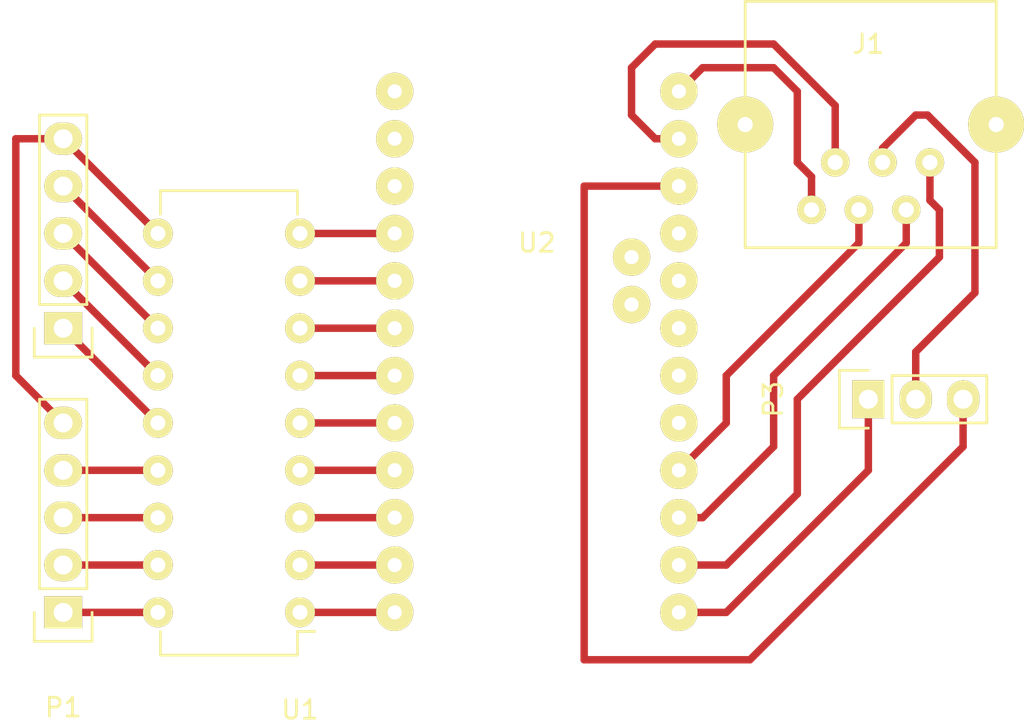
<source format=kicad_pcb>
(kicad_pcb (version 4) (host pcbnew 4.0.2+dfsg1-stable)

  (general
    (links 27)
    (no_connects 0)
    (area 128.415 96.498999 183.81787 135.735)
    (thickness 1.6)
    (drawings 0)
    (tracks 66)
    (zones 0)
    (modules 6)
    (nets 39)
  )

  (page A4)
  (layers
    (0 F.Cu signal)
    (31 B.Cu signal)
    (32 B.Adhes user)
    (33 F.Adhes user)
    (34 B.Paste user)
    (35 F.Paste user)
    (36 B.SilkS user)
    (37 F.SilkS user)
    (38 B.Mask user)
    (39 F.Mask user)
    (40 Dwgs.User user)
    (41 Cmts.User user)
    (42 Eco1.User user)
    (43 Eco2.User user)
    (44 Edge.Cuts user)
    (45 Margin user)
    (46 B.CrtYd user)
    (47 F.CrtYd user)
    (48 B.Fab user)
    (49 F.Fab user)
  )

  (setup
    (last_trace_width 0.4)
    (trace_clearance 0.2)
    (zone_clearance 0.508)
    (zone_45_only no)
    (trace_min 0.2)
    (segment_width 0.2)
    (edge_width 0.15)
    (via_size 0.6)
    (via_drill 0.4)
    (via_min_size 0.4)
    (via_min_drill 0.3)
    (uvia_size 0.3)
    (uvia_drill 0.1)
    (uvias_allowed no)
    (uvia_min_size 0.2)
    (uvia_min_drill 0.1)
    (pcb_text_width 0.3)
    (pcb_text_size 1.5 1.5)
    (mod_edge_width 0.15)
    (mod_text_size 1 1)
    (mod_text_width 0.15)
    (pad_size 1.524 1.524)
    (pad_drill 0.762)
    (pad_to_mask_clearance 0.2)
    (aux_axis_origin 0 0)
    (visible_elements FFFFFF7F)
    (pcbplotparams
      (layerselection 0x00000_00000001)
      (usegerberextensions false)
      (excludeedgelayer true)
      (linewidth 0.100000)
      (plotframeref false)
      (viasonmask false)
      (mode 1)
      (useauxorigin false)
      (hpglpennumber 1)
      (hpglpenspeed 20)
      (hpglpendiameter 15)
      (hpglpenoverlay 2)
      (psnegative false)
      (psa4output false)
      (plotreference true)
      (plotvalue true)
      (plotinvisibletext false)
      (padsonsilk false)
      (subtractmaskfromsilk false)
      (outputformat 1)
      (mirror false)
      (drillshape 0)
      (scaleselection 1)
      (outputdirectory ""))
  )

  (net 0 "")
  (net 1 "Net-(J1-Pad3)")
  (net 2 "Net-(J1-Pad5)")
  (net 3 "Net-(J1-Pad1)")
  (net 4 "Net-(J1-Pad6)")
  (net 5 "Net-(J1-Pad4)")
  (net 6 "Net-(J1-Pad2)")
  (net 7 "Net-(J1-Pad8)")
  (net 8 "Net-(J1-Pad7)")
  (net 9 "Net-(P1-Pad1)")
  (net 10 "Net-(P1-Pad2)")
  (net 11 "Net-(P1-Pad3)")
  (net 12 "Net-(P1-Pad4)")
  (net 13 "Net-(P1-Pad5)")
  (net 14 "Net-(P2-Pad1)")
  (net 15 "Net-(P2-Pad2)")
  (net 16 "Net-(P2-Pad3)")
  (net 17 "Net-(P2-Pad4)")
  (net 18 "Net-(P3-Pad1)")
  (net 19 "Net-(P3-Pad3)")
  (net 20 "Net-(U1-Pad1)")
  (net 21 "Net-(U1-Pad2)")
  (net 22 "Net-(U1-Pad3)")
  (net 23 "Net-(U1-Pad4)")
  (net 24 "Net-(U1-Pad5)")
  (net 25 "Net-(U1-Pad6)")
  (net 26 "Net-(U1-Pad7)")
  (net 27 "Net-(U1-Pad8)")
  (net 28 "Net-(U1-Pad9)")
  (net 29 "Net-(U2-Pad10)")
  (net 30 "Net-(U2-Pad11)")
  (net 31 "Net-(U2-Pad22)")
  (net 32 "Net-(U2-Pad23)")
  (net 33 "Net-(U2-Pad33)")
  (net 34 "Net-(U2-Pad34)")
  (net 35 "Net-(U2-Pad35)")
  (net 36 "Net-(U2-Pad12)")
  (net 37 "Net-(U2-Pad13)")
  (net 38 "Net-(U2-Pad14)")

  (net_class Default "This is the default net class."
    (clearance 0.2)
    (trace_width 0.4)
    (via_dia 0.6)
    (via_drill 0.4)
    (uvia_dia 0.3)
    (uvia_drill 0.1)
    (add_net "Net-(J1-Pad1)")
    (add_net "Net-(J1-Pad2)")
    (add_net "Net-(J1-Pad3)")
    (add_net "Net-(J1-Pad4)")
    (add_net "Net-(J1-Pad5)")
    (add_net "Net-(J1-Pad6)")
    (add_net "Net-(J1-Pad7)")
    (add_net "Net-(J1-Pad8)")
    (add_net "Net-(P1-Pad1)")
    (add_net "Net-(P1-Pad2)")
    (add_net "Net-(P1-Pad3)")
    (add_net "Net-(P1-Pad4)")
    (add_net "Net-(P1-Pad5)")
    (add_net "Net-(P2-Pad1)")
    (add_net "Net-(P2-Pad2)")
    (add_net "Net-(P2-Pad3)")
    (add_net "Net-(P2-Pad4)")
    (add_net "Net-(P3-Pad1)")
    (add_net "Net-(P3-Pad3)")
    (add_net "Net-(U1-Pad1)")
    (add_net "Net-(U1-Pad2)")
    (add_net "Net-(U1-Pad3)")
    (add_net "Net-(U1-Pad4)")
    (add_net "Net-(U1-Pad5)")
    (add_net "Net-(U1-Pad6)")
    (add_net "Net-(U1-Pad7)")
    (add_net "Net-(U1-Pad8)")
    (add_net "Net-(U1-Pad9)")
    (add_net "Net-(U2-Pad10)")
    (add_net "Net-(U2-Pad11)")
    (add_net "Net-(U2-Pad12)")
    (add_net "Net-(U2-Pad13)")
    (add_net "Net-(U2-Pad14)")
    (add_net "Net-(U2-Pad22)")
    (add_net "Net-(U2-Pad23)")
    (add_net "Net-(U2-Pad33)")
    (add_net "Net-(U2-Pad34)")
    (add_net "Net-(U2-Pad35)")
  )

  (module bugs:RJ12_Client (layer F.Cu) (tedit 57502E4F) (tstamp 57619A24)
    (at 175.26 99.06 180)
    (path /5761426A)
    (fp_text reference J1 (at 0 0 180) (layer F.SilkS)
      (effects (font (size 1 1) (thickness 0.15)))
    )
    (fp_text value RJ12 (at 0 -2.54 180) (layer F.Fab)
      (effects (font (size 1 1) (thickness 0.15)))
    )
    (fp_line (start -6.858 -10.922) (end -6.858 2.286) (layer F.SilkS) (width 0.15))
    (fp_line (start 6.604 -10.922) (end 6.604 2.286) (layer F.SilkS) (width 0.15))
    (fp_line (start -6.858 2.286) (end 6.604 2.286) (layer F.SilkS) (width 0.15))
    (fp_line (start 5.842 -10.922) (end 6.604 -10.922) (layer F.SilkS) (width 0.15))
    (fp_line (start -6.858 -10.922) (end 5.842 -10.922) (layer F.SilkS) (width 0.15))
    (pad 3 thru_hole circle (at 0.508 -8.89 180) (size 1.524 1.524) (drill 0.8128) (layers *.Cu *.Mask F.SilkS)
      (net 1 "Net-(J1-Pad3)"))
    (pad 5 thru_hole circle (at -2.032 -8.89 180) (size 1.524 1.524) (drill 0.8128) (layers *.Cu *.Mask F.SilkS)
      (net 2 "Net-(J1-Pad5)"))
    (pad 1 thru_hole circle (at 3.048 -8.89 180) (size 1.524 1.524) (drill 0.8128) (layers *.Cu *.Mask F.SilkS)
      (net 3 "Net-(J1-Pad1)"))
    (pad 6 thru_hole circle (at -3.302 -6.35 180) (size 1.524 1.524) (drill 0.8128) (layers *.Cu *.Mask F.SilkS)
      (net 4 "Net-(J1-Pad6)"))
    (pad 4 thru_hole circle (at -0.762 -6.35 180) (size 1.524 1.524) (drill 0.8128) (layers *.Cu *.Mask F.SilkS)
      (net 5 "Net-(J1-Pad4)"))
    (pad 2 thru_hole circle (at 1.778 -6.35 180) (size 1.524 1.524) (drill 0.8128) (layers *.Cu *.Mask F.SilkS)
      (net 6 "Net-(J1-Pad2)"))
    (pad 8 thru_hole circle (at 6.604 -4.318 180) (size 2.99974 2.99974) (drill 0.8128) (layers *.Cu *.Mask F.SilkS)
      (net 7 "Net-(J1-Pad8)"))
    (pad 7 thru_hole circle (at -6.858 -4.318 180) (size 2.99974 2.99974) (drill 0.8128) (layers *.Cu *.Mask F.SilkS)
      (net 8 "Net-(J1-Pad7)"))
  )

  (module Pin_Headers:Pin_Header_Straight_1x05 (layer F.Cu) (tedit 57614515) (tstamp 57619A2D)
    (at 132.08 129.54 180)
    (descr "Through hole pin header")
    (tags "pin header")
    (path /57613F7A)
    (fp_text reference P1 (at 0 -5.1 180) (layer F.SilkS)
      (effects (font (size 1 1) (thickness 0.15)))
    )
    (fp_text value CONN_01X05 (at 2.54 5.08 270) (layer F.Fab)
      (effects (font (size 1 1) (thickness 0.15)))
    )
    (fp_line (start -1.55 0) (end -1.55 -1.55) (layer F.SilkS) (width 0.15))
    (fp_line (start -1.55 -1.55) (end 1.55 -1.55) (layer F.SilkS) (width 0.15))
    (fp_line (start 1.55 -1.55) (end 1.55 0) (layer F.SilkS) (width 0.15))
    (fp_line (start -1.75 -1.75) (end -1.75 11.95) (layer F.CrtYd) (width 0.05))
    (fp_line (start 1.75 -1.75) (end 1.75 11.95) (layer F.CrtYd) (width 0.05))
    (fp_line (start -1.75 -1.75) (end 1.75 -1.75) (layer F.CrtYd) (width 0.05))
    (fp_line (start -1.75 11.95) (end 1.75 11.95) (layer F.CrtYd) (width 0.05))
    (fp_line (start 1.27 1.27) (end 1.27 11.43) (layer F.SilkS) (width 0.15))
    (fp_line (start 1.27 11.43) (end -1.27 11.43) (layer F.SilkS) (width 0.15))
    (fp_line (start -1.27 11.43) (end -1.27 1.27) (layer F.SilkS) (width 0.15))
    (fp_line (start 1.27 1.27) (end -1.27 1.27) (layer F.SilkS) (width 0.15))
    (pad 1 thru_hole rect (at 0 0 180) (size 2.032 1.7272) (drill 1.016) (layers *.Cu *.Mask F.SilkS)
      (net 9 "Net-(P1-Pad1)"))
    (pad 2 thru_hole oval (at 0 2.54 180) (size 2.032 1.7272) (drill 1.016) (layers *.Cu *.Mask F.SilkS)
      (net 10 "Net-(P1-Pad2)"))
    (pad 3 thru_hole oval (at 0 5.08 180) (size 2.032 1.7272) (drill 1.016) (layers *.Cu *.Mask F.SilkS)
      (net 11 "Net-(P1-Pad3)"))
    (pad 4 thru_hole oval (at 0 7.62 180) (size 2.032 1.7272) (drill 1.016) (layers *.Cu *.Mask F.SilkS)
      (net 12 "Net-(P1-Pad4)"))
    (pad 5 thru_hole oval (at 0 10.16 180) (size 2.032 1.7272) (drill 1.016) (layers *.Cu *.Mask F.SilkS)
      (net 13 "Net-(P1-Pad5)"))
    (model Pin_Headers.3dshapes/Pin_Header_Straight_1x05.wrl
      (at (xyz 0 -0.2 0))
      (scale (xyz 1 1 1))
      (rotate (xyz 0 0 90))
    )
  )

  (module Pin_Headers:Pin_Header_Straight_1x05 (layer F.Cu) (tedit 57614512) (tstamp 57619A36)
    (at 132.08 114.3 180)
    (descr "Through hole pin header")
    (tags "pin header")
    (path /57613EE6)
    (fp_text reference P2 (at 0 -5.1 180) (layer F.SilkS)
      (effects (font (size 1 1) (thickness 0.15)))
    )
    (fp_text value CONN_01X05 (at 2.54 5.08 270) (layer F.Fab)
      (effects (font (size 1 1) (thickness 0.15)))
    )
    (fp_line (start -1.55 0) (end -1.55 -1.55) (layer F.SilkS) (width 0.15))
    (fp_line (start -1.55 -1.55) (end 1.55 -1.55) (layer F.SilkS) (width 0.15))
    (fp_line (start 1.55 -1.55) (end 1.55 0) (layer F.SilkS) (width 0.15))
    (fp_line (start -1.75 -1.75) (end -1.75 11.95) (layer F.CrtYd) (width 0.05))
    (fp_line (start 1.75 -1.75) (end 1.75 11.95) (layer F.CrtYd) (width 0.05))
    (fp_line (start -1.75 -1.75) (end 1.75 -1.75) (layer F.CrtYd) (width 0.05))
    (fp_line (start -1.75 11.95) (end 1.75 11.95) (layer F.CrtYd) (width 0.05))
    (fp_line (start 1.27 1.27) (end 1.27 11.43) (layer F.SilkS) (width 0.15))
    (fp_line (start 1.27 11.43) (end -1.27 11.43) (layer F.SilkS) (width 0.15))
    (fp_line (start -1.27 11.43) (end -1.27 1.27) (layer F.SilkS) (width 0.15))
    (fp_line (start 1.27 1.27) (end -1.27 1.27) (layer F.SilkS) (width 0.15))
    (pad 1 thru_hole rect (at 0 0 180) (size 2.032 1.7272) (drill 1.016) (layers *.Cu *.Mask F.SilkS)
      (net 14 "Net-(P2-Pad1)"))
    (pad 2 thru_hole oval (at 0 2.54 180) (size 2.032 1.7272) (drill 1.016) (layers *.Cu *.Mask F.SilkS)
      (net 15 "Net-(P2-Pad2)"))
    (pad 3 thru_hole oval (at 0 5.08 180) (size 2.032 1.7272) (drill 1.016) (layers *.Cu *.Mask F.SilkS)
      (net 16 "Net-(P2-Pad3)"))
    (pad 4 thru_hole oval (at 0 7.62 180) (size 2.032 1.7272) (drill 1.016) (layers *.Cu *.Mask F.SilkS)
      (net 17 "Net-(P2-Pad4)"))
    (pad 5 thru_hole oval (at 0 10.16 180) (size 2.032 1.7272) (drill 1.016) (layers *.Cu *.Mask F.SilkS)
      (net 13 "Net-(P1-Pad5)"))
    (model Pin_Headers.3dshapes/Pin_Header_Straight_1x05.wrl
      (at (xyz 0 -0.2 0))
      (scale (xyz 1 1 1))
      (rotate (xyz 0 0 90))
    )
  )

  (module Pin_Headers:Pin_Header_Straight_1x03 (layer F.Cu) (tedit 57614523) (tstamp 57619A3D)
    (at 175.26 118.11 90)
    (descr "Through hole pin header")
    (tags "pin header")
    (path /576148CA)
    (fp_text reference P3 (at 0 -5.1 90) (layer F.SilkS)
      (effects (font (size 1 1) (thickness 0.15)))
    )
    (fp_text value CONN_01X03 (at 2.54 2.54 180) (layer F.Fab)
      (effects (font (size 1 1) (thickness 0.15)))
    )
    (fp_line (start -1.75 -1.75) (end -1.75 6.85) (layer F.CrtYd) (width 0.05))
    (fp_line (start 1.75 -1.75) (end 1.75 6.85) (layer F.CrtYd) (width 0.05))
    (fp_line (start -1.75 -1.75) (end 1.75 -1.75) (layer F.CrtYd) (width 0.05))
    (fp_line (start -1.75 6.85) (end 1.75 6.85) (layer F.CrtYd) (width 0.05))
    (fp_line (start -1.27 1.27) (end -1.27 6.35) (layer F.SilkS) (width 0.15))
    (fp_line (start -1.27 6.35) (end 1.27 6.35) (layer F.SilkS) (width 0.15))
    (fp_line (start 1.27 6.35) (end 1.27 1.27) (layer F.SilkS) (width 0.15))
    (fp_line (start 1.55 -1.55) (end 1.55 0) (layer F.SilkS) (width 0.15))
    (fp_line (start 1.27 1.27) (end -1.27 1.27) (layer F.SilkS) (width 0.15))
    (fp_line (start -1.55 0) (end -1.55 -1.55) (layer F.SilkS) (width 0.15))
    (fp_line (start -1.55 -1.55) (end 1.55 -1.55) (layer F.SilkS) (width 0.15))
    (pad 1 thru_hole rect (at 0 0 90) (size 2.032 1.7272) (drill 1.016) (layers *.Cu *.Mask F.SilkS)
      (net 18 "Net-(P3-Pad1)"))
    (pad 2 thru_hole oval (at 0 2.54 90) (size 2.032 1.7272) (drill 1.016) (layers *.Cu *.Mask F.SilkS)
      (net 5 "Net-(J1-Pad4)"))
    (pad 3 thru_hole oval (at 0 5.08 90) (size 2.032 1.7272) (drill 1.016) (layers *.Cu *.Mask F.SilkS)
      (net 19 "Net-(P3-Pad3)"))
    (model Pin_Headers.3dshapes/Pin_Header_Straight_1x03.wrl
      (at (xyz 0 -0.1 0))
      (scale (xyz 1 1 1))
      (rotate (xyz 0 0 90))
    )
  )

  (module Housings_DIP:DIP-18_W7.62mm (layer F.Cu) (tedit 5761451A) (tstamp 57619A53)
    (at 144.78 129.54 180)
    (descr "18-lead dip package, row spacing 7.62 mm (300 mils)")
    (tags "dil dip 2.54 300")
    (path /57613DF2)
    (fp_text reference U1 (at 0 -5.22 180) (layer F.SilkS)
      (effects (font (size 1 1) (thickness 0.15)))
    )
    (fp_text value uln2803A (at 3.81 -3.81 180) (layer F.Fab)
      (effects (font (size 1 1) (thickness 0.15)))
    )
    (fp_line (start -1.05 -2.45) (end -1.05 22.8) (layer F.CrtYd) (width 0.05))
    (fp_line (start 8.65 -2.45) (end 8.65 22.8) (layer F.CrtYd) (width 0.05))
    (fp_line (start -1.05 -2.45) (end 8.65 -2.45) (layer F.CrtYd) (width 0.05))
    (fp_line (start -1.05 22.8) (end 8.65 22.8) (layer F.CrtYd) (width 0.05))
    (fp_line (start 0.135 -2.295) (end 0.135 -1.025) (layer F.SilkS) (width 0.15))
    (fp_line (start 7.485 -2.295) (end 7.485 -1.025) (layer F.SilkS) (width 0.15))
    (fp_line (start 7.485 22.615) (end 7.485 21.345) (layer F.SilkS) (width 0.15))
    (fp_line (start 0.135 22.615) (end 0.135 21.345) (layer F.SilkS) (width 0.15))
    (fp_line (start 0.135 -2.295) (end 7.485 -2.295) (layer F.SilkS) (width 0.15))
    (fp_line (start 0.135 22.615) (end 7.485 22.615) (layer F.SilkS) (width 0.15))
    (fp_line (start 0.135 -1.025) (end -0.8 -1.025) (layer F.SilkS) (width 0.15))
    (pad 1 thru_hole oval (at 0 0 180) (size 1.6 1.6) (drill 0.8) (layers *.Cu *.Mask F.SilkS)
      (net 20 "Net-(U1-Pad1)"))
    (pad 2 thru_hole oval (at 0 2.54 180) (size 1.6 1.6) (drill 0.8) (layers *.Cu *.Mask F.SilkS)
      (net 21 "Net-(U1-Pad2)"))
    (pad 3 thru_hole oval (at 0 5.08 180) (size 1.6 1.6) (drill 0.8) (layers *.Cu *.Mask F.SilkS)
      (net 22 "Net-(U1-Pad3)"))
    (pad 4 thru_hole oval (at 0 7.62 180) (size 1.6 1.6) (drill 0.8) (layers *.Cu *.Mask F.SilkS)
      (net 23 "Net-(U1-Pad4)"))
    (pad 5 thru_hole oval (at 0 10.16 180) (size 1.6 1.6) (drill 0.8) (layers *.Cu *.Mask F.SilkS)
      (net 24 "Net-(U1-Pad5)"))
    (pad 6 thru_hole oval (at 0 12.7 180) (size 1.6 1.6) (drill 0.8) (layers *.Cu *.Mask F.SilkS)
      (net 25 "Net-(U1-Pad6)"))
    (pad 7 thru_hole oval (at 0 15.24 180) (size 1.6 1.6) (drill 0.8) (layers *.Cu *.Mask F.SilkS)
      (net 26 "Net-(U1-Pad7)"))
    (pad 8 thru_hole oval (at 0 17.78 180) (size 1.6 1.6) (drill 0.8) (layers *.Cu *.Mask F.SilkS)
      (net 27 "Net-(U1-Pad8)"))
    (pad 9 thru_hole oval (at 0 20.32 180) (size 1.6 1.6) (drill 0.8) (layers *.Cu *.Mask F.SilkS)
      (net 28 "Net-(U1-Pad9)"))
    (pad 10 thru_hole oval (at 7.62 20.32 180) (size 1.6 1.6) (drill 0.8) (layers *.Cu *.Mask F.SilkS)
      (net 13 "Net-(P1-Pad5)"))
    (pad 11 thru_hole oval (at 7.62 17.78 180) (size 1.6 1.6) (drill 0.8) (layers *.Cu *.Mask F.SilkS)
      (net 17 "Net-(P2-Pad4)"))
    (pad 12 thru_hole oval (at 7.62 15.24 180) (size 1.6 1.6) (drill 0.8) (layers *.Cu *.Mask F.SilkS)
      (net 16 "Net-(P2-Pad3)"))
    (pad 13 thru_hole oval (at 7.62 12.7 180) (size 1.6 1.6) (drill 0.8) (layers *.Cu *.Mask F.SilkS)
      (net 15 "Net-(P2-Pad2)"))
    (pad 14 thru_hole oval (at 7.62 10.16 180) (size 1.6 1.6) (drill 0.8) (layers *.Cu *.Mask F.SilkS)
      (net 14 "Net-(P2-Pad1)"))
    (pad 15 thru_hole oval (at 7.62 7.62 180) (size 1.6 1.6) (drill 0.8) (layers *.Cu *.Mask F.SilkS)
      (net 12 "Net-(P1-Pad4)"))
    (pad 16 thru_hole oval (at 7.62 5.08 180) (size 1.6 1.6) (drill 0.8) (layers *.Cu *.Mask F.SilkS)
      (net 11 "Net-(P1-Pad3)"))
    (pad 17 thru_hole oval (at 7.62 2.54 180) (size 1.6 1.6) (drill 0.8) (layers *.Cu *.Mask F.SilkS)
      (net 10 "Net-(P1-Pad2)"))
    (pad 18 thru_hole oval (at 7.62 0 180) (size 1.6 1.6) (drill 0.8) (layers *.Cu *.Mask F.SilkS)
      (net 9 "Net-(P1-Pad1)"))
    (model Housings_DIP.3dshapes/DIP-18_W7.62mm.wrl
      (at (xyz 0 0 0))
      (scale (xyz 1 1 1))
      (rotate (xyz 0 0 0))
    )
  )

  (module bugs:arduino_mini_pro (layer F.Cu) (tedit 5761451F) (tstamp 57619A71)
    (at 157.48 109.22)
    (path /57613E2D)
    (fp_text reference U2 (at 0 0.5) (layer F.SilkS)
      (effects (font (size 1 1) (thickness 0.15)))
    )
    (fp_text value Arduino_Mini (at 0 -3.81) (layer F.Fab)
      (effects (font (size 1 1) (thickness 0.15)))
    )
    (pad 7 thru_hole circle (at 7.62 -7.62) (size 2 2) (drill 0.762) (layers *.Cu *.Mask F.SilkS)
      (net 3 "Net-(J1-Pad1)"))
    (pad 8 thru_hole circle (at 7.62 -5.08) (size 2 2) (drill 0.762) (layers *.Cu *.Mask F.SilkS)
      (net 6 "Net-(J1-Pad2)"))
    (pad 9 thru_hole circle (at 7.62 -2.54) (size 2 2) (drill 0.762) (layers *.Cu *.Mask F.SilkS)
      (net 19 "Net-(P3-Pad3)"))
    (pad 10 thru_hole circle (at 7.62 0) (size 2 2) (drill 0.762) (layers *.Cu *.Mask F.SilkS)
      (net 29 "Net-(U2-Pad10)"))
    (pad 11 thru_hole circle (at 7.62 2.54) (size 2 2) (drill 0.762) (layers *.Cu *.Mask F.SilkS)
      (net 30 "Net-(U2-Pad11)"))
    (pad 15 thru_hole circle (at 7.62 12.7) (size 2 2) (drill 0.762) (layers *.Cu *.Mask F.SilkS)
      (net 1 "Net-(J1-Pad3)"))
    (pad 16 thru_hole circle (at 7.62 15.24) (size 2 2) (drill 0.762) (layers *.Cu *.Mask F.SilkS)
      (net 2 "Net-(J1-Pad5)"))
    (pad 17 thru_hole circle (at 7.62 17.78) (size 2 2) (drill 0.762) (layers *.Cu *.Mask F.SilkS)
      (net 4 "Net-(J1-Pad6)"))
    (pad 18 thru_hole circle (at 7.62 20.32) (size 2 2) (drill 0.762) (layers *.Cu *.Mask F.SilkS)
      (net 18 "Net-(P3-Pad1)"))
    (pad 22 thru_hole circle (at 5.08 1.27) (size 2 2) (drill 0.762) (layers *.Cu *.Mask F.SilkS)
      (net 31 "Net-(U2-Pad22)"))
    (pad 23 thru_hole circle (at 5.08 3.81) (size 2 2) (drill 0.762) (layers *.Cu *.Mask F.SilkS)
      (net 32 "Net-(U2-Pad23)"))
    (pad 27 thru_hole circle (at -7.62 12.7) (size 2 2) (drill 0.762) (layers *.Cu *.Mask F.SilkS)
      (net 23 "Net-(U1-Pad4)"))
    (pad 28 thru_hole circle (at -7.62 10.16) (size 2 2) (drill 0.762) (layers *.Cu *.Mask F.SilkS)
      (net 24 "Net-(U1-Pad5)"))
    (pad 29 thru_hole circle (at -7.62 7.62) (size 2 2) (drill 0.762) (layers *.Cu *.Mask F.SilkS)
      (net 25 "Net-(U1-Pad6)"))
    (pad 30 thru_hole circle (at -7.62 5.08) (size 2 2) (drill 0.762) (layers *.Cu *.Mask F.SilkS)
      (net 26 "Net-(U1-Pad7)"))
    (pad 31 thru_hole circle (at -7.62 2.54) (size 2 2) (drill 0.762) (layers *.Cu *.Mask F.SilkS)
      (net 27 "Net-(U1-Pad8)"))
    (pad 32 thru_hole circle (at -7.62 0) (size 2 2) (drill 0.762) (layers *.Cu *.Mask F.SilkS)
      (net 28 "Net-(U1-Pad9)"))
    (pad 33 thru_hole circle (at -7.62 -2.54) (size 2 2) (drill 0.762) (layers *.Cu *.Mask F.SilkS)
      (net 33 "Net-(U2-Pad33)"))
    (pad 34 thru_hole circle (at -7.62 -5.08) (size 2 2) (drill 0.762) (layers *.Cu *.Mask F.SilkS)
      (net 34 "Net-(U2-Pad34)"))
    (pad 35 thru_hole circle (at -7.62 -7.62) (size 2 2) (drill 0.762) (layers *.Cu *.Mask F.SilkS)
      (net 35 "Net-(U2-Pad35)"))
    (pad 26 thru_hole circle (at -7.62 15.24) (size 2 2) (drill 0.762) (layers *.Cu *.Mask F.SilkS)
      (net 22 "Net-(U1-Pad3)"))
    (pad 25 thru_hole circle (at -7.62 17.78) (size 2 2) (drill 0.762) (layers *.Cu *.Mask F.SilkS)
      (net 21 "Net-(U1-Pad2)"))
    (pad 24 thru_hole circle (at -7.62 20.32) (size 2 2) (drill 0.762) (layers *.Cu *.Mask F.SilkS)
      (net 20 "Net-(U1-Pad1)"))
    (pad 12 thru_hole circle (at 7.62 5.08) (size 2 2) (drill 0.762) (layers *.Cu *.Mask F.SilkS)
      (net 36 "Net-(U2-Pad12)"))
    (pad 13 thru_hole circle (at 7.62 7.62) (size 2 2) (drill 0.762) (layers *.Cu *.Mask F.SilkS)
      (net 37 "Net-(U2-Pad13)"))
    (pad 14 thru_hole circle (at 7.62 10.16) (size 2 2) (drill 0.762) (layers *.Cu *.Mask F.SilkS)
      (net 38 "Net-(U2-Pad14)"))
  )

  (segment (start 174.752 107.95) (end 174.752 109.728) (width 0.4) (layer F.Cu) (net 1))
  (segment (start 167.64 119.38) (end 165.1 121.92) (width 0.4) (layer F.Cu) (net 1) (tstamp 57619B53))
  (segment (start 167.64 116.84) (end 167.64 119.38) (width 0.4) (layer F.Cu) (net 1) (tstamp 57619B51))
  (segment (start 174.752 109.728) (end 167.64 116.84) (width 0.4) (layer F.Cu) (net 1) (tstamp 57619B4F))
  (segment (start 177.292 107.95) (end 177.292 109.728) (width 0.4) (layer F.Cu) (net 2))
  (segment (start 166.37 124.46) (end 165.1 124.46) (width 0.4) (layer F.Cu) (net 2) (tstamp 57619B5D))
  (segment (start 170.18 120.65) (end 166.37 124.46) (width 0.4) (layer F.Cu) (net 2) (tstamp 57619B5B))
  (segment (start 170.18 116.84) (end 170.18 120.65) (width 0.4) (layer F.Cu) (net 2) (tstamp 57619B59))
  (segment (start 177.292 109.728) (end 170.18 116.84) (width 0.4) (layer F.Cu) (net 2) (tstamp 57619B57))
  (segment (start 172.212 107.95) (end 172.212 106.172) (width 0.4) (layer F.Cu) (net 3))
  (segment (start 166.37 100.33) (end 165.1 101.6) (width 0.4) (layer F.Cu) (net 3) (tstamp 57619B3C))
  (segment (start 170.18 100.33) (end 166.37 100.33) (width 0.4) (layer F.Cu) (net 3) (tstamp 57619B3B))
  (segment (start 171.45 101.6) (end 170.18 100.33) (width 0.4) (layer F.Cu) (net 3) (tstamp 57619B3A))
  (segment (start 171.45 105.41) (end 171.45 101.6) (width 0.4) (layer F.Cu) (net 3) (tstamp 57619B39))
  (segment (start 172.212 106.172) (end 171.45 105.41) (width 0.4) (layer F.Cu) (net 3) (tstamp 57619B38))
  (segment (start 178.562 105.41) (end 178.562 107.442) (width 0.4) (layer F.Cu) (net 4))
  (segment (start 167.64 127) (end 165.1 127) (width 0.4) (layer F.Cu) (net 4) (tstamp 57619B76))
  (segment (start 171.45 123.19) (end 167.64 127) (width 0.4) (layer F.Cu) (net 4) (tstamp 57619B74))
  (segment (start 171.45 118.11) (end 171.45 123.19) (width 0.4) (layer F.Cu) (net 4) (tstamp 57619B72))
  (segment (start 179.07 110.49) (end 171.45 118.11) (width 0.4) (layer F.Cu) (net 4) (tstamp 57619B70))
  (segment (start 179.07 107.95) (end 179.07 110.49) (width 0.4) (layer F.Cu) (net 4) (tstamp 57619B6F))
  (segment (start 178.562 107.442) (end 179.07 107.95) (width 0.4) (layer F.Cu) (net 4) (tstamp 57619B6E))
  (segment (start 176.022 105.41) (end 176.022 104.648) (width 0.4) (layer F.Cu) (net 5))
  (segment (start 176.022 104.648) (end 177.8 102.87) (width 0.4) (layer F.Cu) (net 5) (tstamp 57619B83))
  (segment (start 177.8 102.87) (end 178.435 102.87) (width 0.4) (layer F.Cu) (net 5) (tstamp 57619B84))
  (segment (start 178.435 102.87) (end 180.975 105.41) (width 0.4) (layer F.Cu) (net 5) (tstamp 57619B85))
  (segment (start 180.975 105.41) (end 180.975 112.395) (width 0.4) (layer F.Cu) (net 5) (tstamp 57619B86))
  (segment (start 180.975 112.395) (end 177.8 115.57) (width 0.4) (layer F.Cu) (net 5) (tstamp 57619B87))
  (segment (start 177.8 115.57) (end 177.8 118.11) (width 0.4) (layer F.Cu) (net 5) (tstamp 57619B89))
  (segment (start 165.1 104.14) (end 163.83 104.14) (width 0.4) (layer F.Cu) (net 6))
  (segment (start 173.482 102.362) (end 170.18 99.06) (width 0.4) (layer F.Cu) (net 6) (tstamp 57619B3F))
  (segment (start 170.18 99.06) (end 163.83 99.06) (width 0.4) (layer F.Cu) (net 6) (tstamp 57619B41))
  (segment (start 163.83 99.06) (end 162.56 100.33) (width 0.4) (layer F.Cu) (net 6) (tstamp 57619B43))
  (segment (start 162.56 100.33) (end 162.56 102.87) (width 0.4) (layer F.Cu) (net 6) (tstamp 57619B44))
  (segment (start 162.56 102.87) (end 163.83 104.14) (width 0.4) (layer F.Cu) (net 6) (tstamp 57619B45))
  (segment (start 173.482 102.362) (end 173.482 105.41) (width 0.4) (layer F.Cu) (net 6))
  (segment (start 137.16 129.54) (end 132.08 129.54) (width 0.4) (layer F.Cu) (net 9))
  (segment (start 132.08 127) (end 137.16 127) (width 0.4) (layer F.Cu) (net 10))
  (segment (start 137.16 124.46) (end 132.08 124.46) (width 0.4) (layer F.Cu) (net 11))
  (segment (start 132.08 121.92) (end 137.16 121.92) (width 0.4) (layer F.Cu) (net 12))
  (segment (start 132.08 119.38) (end 129.54 116.84) (width 0.4) (layer F.Cu) (net 13))
  (segment (start 129.54 104.14) (end 132.08 104.14) (width 0.4) (layer F.Cu) (net 13) (tstamp 57619C26))
  (segment (start 129.54 116.84) (end 129.54 104.14) (width 0.4) (layer F.Cu) (net 13) (tstamp 57619C25))
  (segment (start 137.16 109.22) (end 132.08 104.14) (width 0.4) (layer F.Cu) (net 13))
  (segment (start 137.16 119.38) (end 134.62 116.84) (width 0.4) (layer F.Cu) (net 14))
  (segment (start 134.62 116.84) (end 132.08 114.3) (width 0.4) (layer F.Cu) (net 14) (tstamp 57619C10))
  (segment (start 137.16 116.84) (end 132.08 111.76) (width 0.4) (layer F.Cu) (net 15))
  (segment (start 132.08 109.22) (end 137.16 114.3) (width 0.4) (layer F.Cu) (net 16))
  (segment (start 137.16 111.76) (end 132.08 106.68) (width 0.4) (layer F.Cu) (net 17))
  (segment (start 175.26 118.11) (end 175.26 121.92) (width 0.4) (layer F.Cu) (net 18))
  (segment (start 167.64 129.54) (end 165.1 129.54) (width 0.4) (layer F.Cu) (net 18) (tstamp 57619B8F))
  (segment (start 175.26 121.92) (end 167.64 129.54) (width 0.4) (layer F.Cu) (net 18) (tstamp 57619B8D))
  (segment (start 180.34 118.11) (end 180.34 120.65) (width 0.4) (layer F.Cu) (net 19))
  (segment (start 160.02 106.68) (end 165.1 106.68) (width 0.4) (layer F.Cu) (net 19) (tstamp 57619B98))
  (segment (start 160.02 132.08) (end 160.02 106.68) (width 0.4) (layer F.Cu) (net 19) (tstamp 57619B97))
  (segment (start 168.91 132.08) (end 160.02 132.08) (width 0.4) (layer F.Cu) (net 19) (tstamp 57619B95))
  (segment (start 180.34 120.65) (end 168.91 132.08) (width 0.4) (layer F.Cu) (net 19) (tstamp 57619B93))
  (segment (start 144.78 129.54) (end 149.86 129.54) (width 0.4) (layer F.Cu) (net 20))
  (segment (start 144.78 127) (end 149.86 127) (width 0.4) (layer F.Cu) (net 21) (status 10))
  (segment (start 149.86 124.46) (end 144.78 124.46) (width 0.4) (layer F.Cu) (net 22) (status 20))
  (segment (start 144.78 121.92) (end 149.86 121.92) (width 0.4) (layer F.Cu) (net 23) (status 10))
  (segment (start 149.86 119.38) (end 144.78 119.38) (width 0.4) (layer F.Cu) (net 24) (status 20))
  (segment (start 144.78 116.84) (end 149.86 116.84) (width 0.4) (layer F.Cu) (net 25) (status 10))
  (segment (start 149.86 114.3) (end 144.78 114.3) (width 0.4) (layer F.Cu) (net 26) (status 20))
  (segment (start 144.78 111.76) (end 149.86 111.76) (width 0.4) (layer F.Cu) (net 27) (status 10))
  (segment (start 149.86 109.22) (end 144.78 109.22) (width 0.4) (layer F.Cu) (net 28) (status 20))

)

</source>
